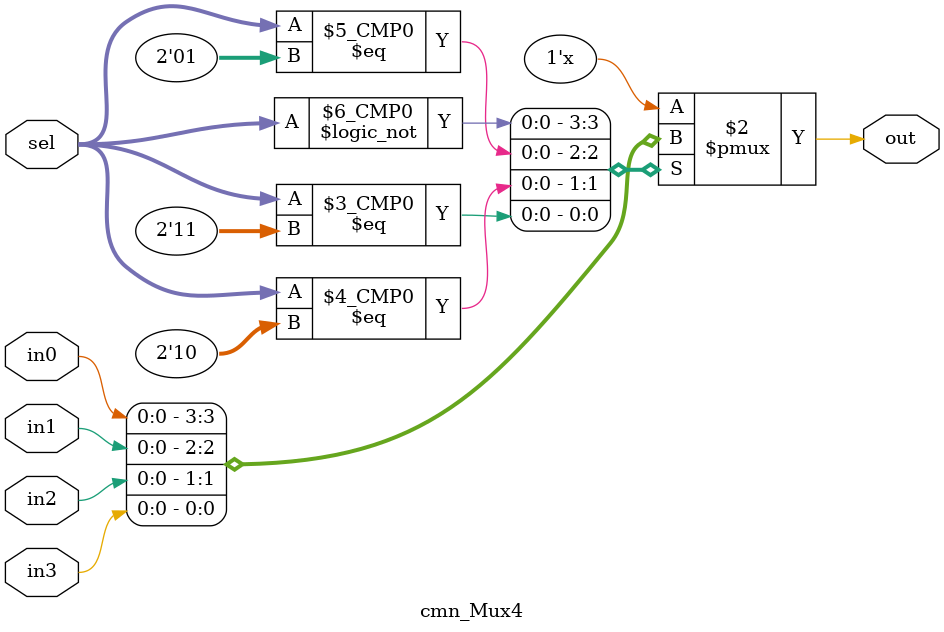
<source format=v>
module cmn_Mux4 (
	in0,
	in1,
	in2,
	in3,
	sel,
	out
);
	parameter p_nbits = 1;
	input wire [p_nbits - 1:0] in0;
	input wire [p_nbits - 1:0] in1;
	input wire [p_nbits - 1:0] in2;
	input wire [p_nbits - 1:0] in3;
	input wire [1:0] sel;
	output reg [p_nbits - 1:0] out;
	always @(*)
		case (sel)
			2'd0: out = in0;
			2'd1: out = in1;
			2'd2: out = in2;
			2'd3: out = in3;
			default: out = {p_nbits {1'bx}};
		endcase
endmodule

</source>
